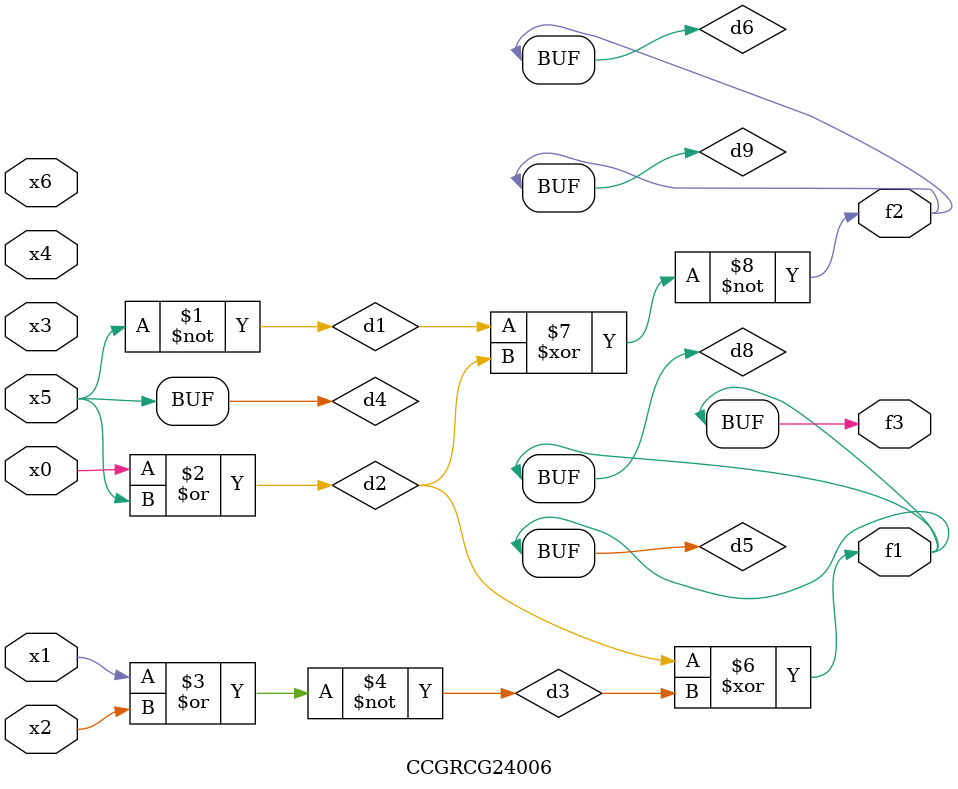
<source format=v>
module CCGRCG24006(
	input x0, x1, x2, x3, x4, x5, x6,
	output f1, f2, f3
);

	wire d1, d2, d3, d4, d5, d6, d7, d8, d9;

	nand (d1, x5);
	or (d2, x0, x5);
	nor (d3, x1, x2);
	xnor (d4, d1);
	xor (d5, d2, d3);
	xnor (d6, d1, d2);
	not (d7, x4);
	buf (d8, d5);
	xor (d9, d6);
	assign f1 = d8;
	assign f2 = d9;
	assign f3 = d8;
endmodule

</source>
